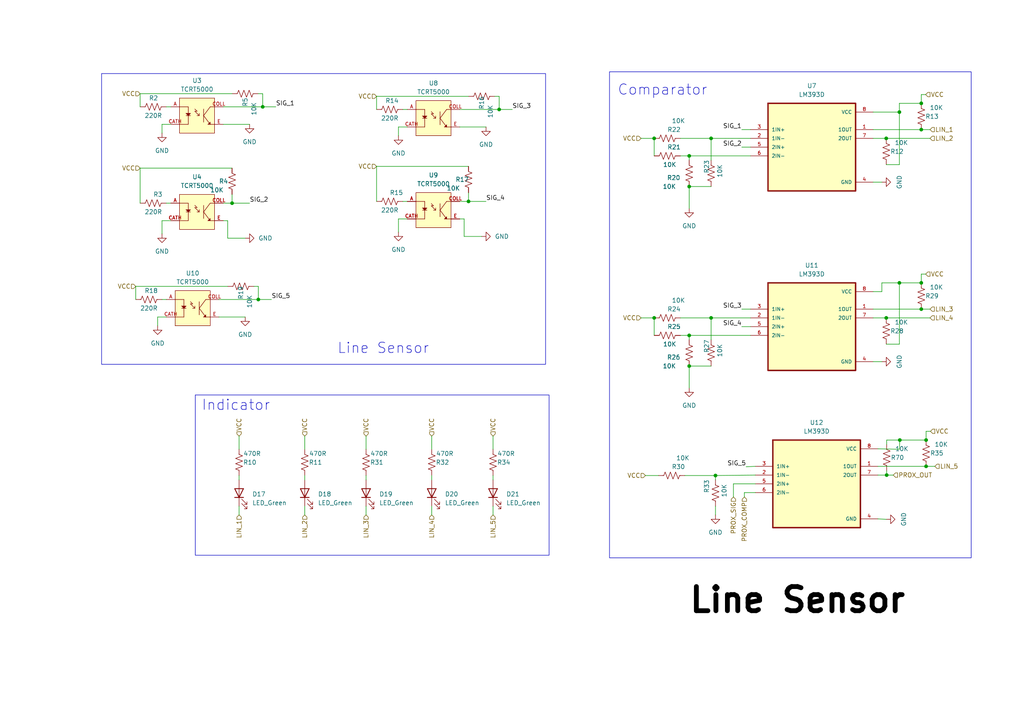
<source format=kicad_sch>
(kicad_sch (version 20230121) (generator eeschema)
  (paper "A4")
  (lib_symbols
    (symbol "Device:LED" (pin_numbers hide) (pin_names (offset 1.016) hide)
      (property "Reference" "D" (at 0 2.54 0))
      (property "Value" "LED" (at 0 -2.54 0))
      (symbol "LED_0_1"
        (polyline (pts (xy -1.27 -1.27) (xy -1.27 1.27)) (stroke (width 0.254)))
        (polyline (pts (xy -1.27 0) (xy 1.27 0)))
        (polyline (pts (xy 1.27 -1.27) (xy 1.27 1.27) (xy -1.27 0) (xy 1.27 -1.27)) (stroke (width 0.254)))
        (polyline (pts (xy -3.048 -0.762) (xy -4.572 -2.286) (xy -3.81 -2.286) (xy -4.572 -2.286) (xy -4.572 -1.524)))
        (polyline (pts (xy -1.778 -0.762) (xy -3.302 -2.286) (xy -2.54 -2.286) (xy -3.302 -2.286) (xy -3.302 -1.524)))
      )
      (symbol "LED_1_1"
        (pin passive line (at -3.81 0 0) (length 2.54) (name "K") (number "1"))
        (pin passive line (at 3.81 0 180) (length 2.54) (name "A") (number "2"))
      )
    )
    (symbol "Device:R_US" (pin_numbers hide) (pin_names (offset 0))
      (property "Reference" "R" (at 2.54 0 90))
      (property "Value" "R_US" (at -2.54 0 90))
      (symbol "R_US_0_1"
        (polyline (pts (xy 0 -2.286) (xy 0 -2.54)))
        (polyline (pts (xy 0 2.286) (xy 0 2.54)))
        (polyline (pts (xy 0 -0.762) (xy 1.016 -1.143) (xy 0 -1.524) (xy -1.016 -1.905) (xy 0 -2.286)))
        (polyline (pts (xy 0 0.762) (xy 1.016 0.381) (xy 0 0) (xy -1.016 -0.381) (xy 0 -0.762)))
        (polyline (pts (xy 0 2.286) (xy 1.016 1.905) (xy 0 1.524) (xy -1.016 1.143) (xy 0 0.762)))
      )
      (symbol "R_US_1_1"
        (pin passive line (at 0 3.81 270) (length 1.27) (name "~") (number "1"))
        (pin passive line (at 0 -3.81 90) (length 1.27) (name "~") (number "2"))
      )
    )
    (symbol "LM393D:LM393D" (pin_names (offset 1.016))
      (property "Reference" "U" (at -12.7 13.7 0))
      (property "Value" "LM393D" (at -12.7 -16.7 0))
      (symbol "LM393D_0_0"
        (rectangle (start -12.7 -12.7) (end 12.7 12.7) (stroke (width 0.41)) (fill (type background)))
        (pin output line (at 17.78 5.08 180) (length 5.08) (name "1OUT") (number "1"))
        (pin input line (at -17.78 2.54 0) (length 5.08) (name "1IN-") (number "2"))
        (pin input line (at -17.78 5.08 0) (length 5.08) (name "1IN+") (number "3"))
        (pin power_in line (at 17.78 -10.16 180) (length 5.08) (name "GND") (number "4"))
        (pin input line (at -17.78 0 0) (length 5.08) (name "2IN+") (number "5"))
        (pin input line (at -17.78 -2.54 0) (length 5.08) (name "2IN-") (number "6"))
        (pin output line (at 17.78 2.54 180) (length 5.08) (name "2OUT") (number "7"))
        (pin power_in line (at 17.78 10.16 180) (length 5.08) (name "VCC") (number "8"))
      )
    )
    (symbol "TCRT5000:TCRT5000" (pin_names (offset 1.016))
      (property "Reference" "U" (at -5.0887 5.7248 0))
      (property "Value" "TCRT5000" (at -5.0838 -5.7193 0))
      (symbol "TCRT5000_0_0"
        (rectangle (start -5.08 -5.08) (end 5.08 5.08) (stroke (width 0.1524)) (fill (type background)))
        (polyline (pts (xy -5.08 2.54) (xy -2.54 2.54)) (stroke (width 0.1524)))
        (polyline (pts (xy -3.175 0) (xy -1.905 0)) (stroke (width 0.1524)))
        (polyline (pts (xy -2.54 -2.54) (xy -5.08 -2.54)) (stroke (width 0.1524)))
        (polyline (pts (xy -2.54 2.54) (xy -2.54 -2.54)) (stroke (width 0.1524)))
        (polyline (pts (xy -0.635 1.27) (xy 0.635 0)) (stroke (width 0.1524)))
        (polyline (pts (xy -0.635 1.905) (xy 0 1.27)) (stroke (width 0.1524)))
        (polyline (pts (xy 0 1.27) (xy -0.635 1.27)) (stroke (width 0.1524)))
        (polyline (pts (xy 0.635 0) (xy 0 0)) (stroke (width 0.1524)))
        (polyline (pts (xy 0.635 0.635) (xy 0.635 0)) (stroke (width 0.1524)))
        (polyline (pts (xy 1.905 0) (xy 1.905 -1.905)) (stroke (width 0.1524)))
        (polyline (pts (xy 1.905 0) (xy 3.81 -2.54)) (stroke (width 0.1524)))
        (polyline (pts (xy 1.905 0) (xy 3.81 2.54)) (stroke (width 0.1524)))
        (polyline (pts (xy 1.905 1.905) (xy 1.905 0)) (stroke (width 0.1524)))
        (polyline (pts (xy 3.81 -2.54) (xy 5.08 -2.54)) (stroke (width 0.1524)))
        (polyline (pts (xy 3.81 2.54) (xy 5.08 2.54)) (stroke (width 0.1524)))
        (polyline (pts (xy -3.175 0.635) (xy -1.905 0.635) (xy -2.54 0) (xy -3.175 0.635)) (stroke (width 0.1524)) (fill (type outline)))
        (polyline (pts (xy 3.175 -2.54) (xy 3.81 -2.54) (xy 3.81 -1.905) (xy 3.175 -2.54)) (stroke (width 0.1524)) (fill (type outline)))
        (pin passive line (at -7.62 2.54 0) (length 2.54) (name "~") (number "A"))
        (pin passive line (at -7.62 -2.54 0) (length 2.54) (name "~") (number "CATH"))
        (pin passive line (at 7.62 2.54 180) (length 2.54) (name "~") (number "COLL"))
        (pin passive line (at 7.62 -2.54 180) (length 2.54) (name "~") (number "E"))
      )
    )
    (symbol "power:GND" (power) (pin_names (offset 0))
      (property "Value" "GND" (at 0 -3.81 0))
      (symbol "GND_0_1"
        (polyline (pts (xy 0 0) (xy 0 -1.27) (xy 1.27 -1.27) (xy 0 -2.54) (xy -1.27 -1.27) (xy 0 -1.27)))
      )
      (symbol "GND_1_1"
        (pin power_in line (at 0 0 270) (length 0) hide (name "GND") (number "1"))
      )
    )
  )
  (junction (at 268.605 127.635))
  (junction (at 206.248 92.202))
  (junction (at 199.898 106.172))
  (junction (at 260.985 127.635))
  (junction (at 206.248 40.132))
  (junction (at 207.518 137.922))
  (junction (at 267.208 37.592))
  (junction (at 189.738 40.132))
  (junction (at 267.208 29.972))
  (junction (at 257.048 40.132))
  (junction (at 199.898 54.102))
  (junction (at 67.31 58.928))
  (junction (at 76.2 30.988))
  (junction (at 268.605 135.255))
  (junction (at 189.738 92.202))
  (junction (at 257.175 137.795))
  (junction (at 267.208 89.662))
  (junction (at 199.898 45.212))
  (junction (at 135.89 58.42))
  (junction (at 260.858 82.042))
  (junction (at 199.898 97.282))
  (junction (at 257.048 92.202))
  (junction (at 260.858 32.512))
  (junction (at 144.78 31.75))
  (junction (at 74.93 86.868))
  (junction (at 267.208 82.042))
  (wire (pts (xy 63.5 91.948) (xy 71.12 91.948)))
  (wire (pts (xy 46.99 86.868) (xy 48.26 86.868)))
  (wire (pts (xy 67.31 56.388) (xy 67.31 58.928)))
  (wire (pts (xy 207.518 137.922) (xy 207.518 139.192)))
  (wire (pts (xy 257.175 127.635) (xy 260.985 127.635)))
  (wire (pts (xy 39.37 83.058) (xy 66.04 83.058)))
  (wire (pts (xy 135.89 58.42) (xy 133.35 58.42)))
  (wire (pts (xy 215.138 89.662) (xy 217.678 89.662)))
  (wire (pts (xy 199.898 54.102) (xy 206.248 54.102)))
  (wire (pts (xy 45.72 91.948) (xy 45.72 94.488)))
  (wire (pts (xy 109.22 27.94) (xy 109.22 31.75)))
  (wire (pts (xy 49.53 58.928) (xy 48.26 58.928)))
  (wire (pts (xy 109.22 48.26) (xy 135.89 48.26)))
  (wire (pts (xy 64.77 30.988) (xy 76.2 30.988)))
  (wire (pts (xy 257.175 137.795) (xy 259.08 137.795)))
  (wire (pts (xy 134.62 63.5) (xy 133.35 63.5)))
  (wire (pts (xy 189.738 92.202) (xy 189.738 97.282)))
  (wire (pts (xy 253.238 104.902) (xy 255.778 104.902)))
  (wire (pts (xy 88.392 137.922) (xy 88.392 139.192)))
  (wire (pts (xy 125.222 146.812) (xy 125.222 149.352)))
  (wire (pts (xy 255.778 84.582) (xy 255.778 82.042)))
  (wire (pts (xy 144.78 27.94) (xy 143.51 27.94)))
  (wire (pts (xy 106.172 126.492) (xy 106.172 130.302)))
  (wire (pts (xy 67.31 58.928) (xy 72.39 58.928)))
  (wire (pts (xy 125.222 137.922) (xy 125.222 139.192)))
  (wire (pts (xy 257.048 40.132) (xy 269.748 40.132)))
  (wire (pts (xy 257.048 47.752) (xy 260.858 47.752)))
  (wire (pts (xy 71.12 69.088) (xy 66.04 69.088)))
  (wire (pts (xy 46.99 64.008) (xy 49.53 64.008)))
  (wire (pts (xy 143.002 146.812) (xy 143.002 149.352)))
  (wire (pts (xy 267.208 79.502) (xy 268.478 79.502)))
  (wire (pts (xy 254.635 130.175) (xy 260.858 130.302)))
  (wire (pts (xy 46.99 64.008) (xy 46.99 67.818)))
  (wire (pts (xy 212.725 140.335) (xy 219.075 140.335)))
  (wire (pts (xy 76.2 30.988) (xy 80.01 30.988)))
  (wire (pts (xy 76.2 27.178) (xy 74.93 27.178)))
  (wire (pts (xy 253.238 92.202) (xy 257.048 92.202)))
  (wire (pts (xy 46.99 36.068) (xy 46.99 38.608)))
  (wire (pts (xy 254.635 135.255) (xy 268.605 135.255)))
  (wire (pts (xy 133.35 36.83) (xy 140.97 36.83)))
  (wire (pts (xy 139.7 68.58) (xy 134.62 68.58)))
  (wire (pts (xy 69.342 126.492) (xy 69.342 130.302)))
  (wire (pts (xy 40.64 48.768) (xy 67.31 48.768)))
  (wire (pts (xy 215.138 37.592) (xy 217.678 37.592)))
  (wire (pts (xy 109.22 27.94) (xy 135.89 27.94)))
  (wire (pts (xy 197.358 45.212) (xy 199.898 45.212)))
  (wire (pts (xy 143.002 126.492) (xy 143.002 130.302)))
  (wire (pts (xy 63.5 86.868) (xy 74.93 86.868)))
  (wire (pts (xy 216.408 135.382) (xy 219.075 135.255)))
  (wire (pts (xy 253.238 40.132) (xy 257.048 40.132)))
  (wire (pts (xy 74.93 86.868) (xy 78.74 86.868)))
  (wire (pts (xy 268.605 135.255) (xy 271.145 135.255)))
  (wire (pts (xy 206.248 92.202) (xy 206.248 98.552)))
  (wire (pts (xy 40.64 27.178) (xy 67.31 27.178)))
  (wire (pts (xy 253.238 32.512) (xy 260.858 32.512)))
  (wire (pts (xy 115.57 63.5) (xy 118.11 63.5)))
  (wire (pts (xy 106.172 139.192) (xy 106.172 137.922)))
  (wire (pts (xy 135.89 58.42) (xy 140.97 58.42)))
  (wire (pts (xy 64.77 36.068) (xy 72.39 36.068)))
  (wire (pts (xy 260.985 127.635) (xy 268.605 127.635)))
  (wire (pts (xy 48.26 91.948) (xy 45.72 91.948)))
  (wire (pts (xy 206.248 40.132) (xy 217.678 40.132)))
  (wire (pts (xy 199.898 97.282) (xy 199.898 98.552)))
  (wire (pts (xy 144.78 31.75) (xy 148.59 31.75)))
  (wire (pts (xy 185.928 40.132) (xy 189.738 40.132)))
  (wire (pts (xy 257.048 99.822) (xy 260.858 99.822)))
  (wire (pts (xy 199.898 45.212) (xy 199.898 46.482)))
  (wire (pts (xy 253.238 89.662) (xy 267.208 89.662)))
  (wire (pts (xy 88.392 146.812) (xy 88.392 149.352)))
  (wire (pts (xy 206.248 92.202) (xy 197.358 92.202)))
  (wire (pts (xy 260.858 32.512) (xy 260.858 29.972)))
  (wire (pts (xy 74.93 83.058) (xy 73.66 83.058)))
  (wire (pts (xy 267.208 82.042) (xy 267.208 79.502)))
  (wire (pts (xy 253.238 37.592) (xy 267.208 37.592)))
  (wire (pts (xy 206.248 92.202) (xy 217.678 92.202)))
  (wire (pts (xy 69.342 146.812) (xy 69.342 149.352)))
  (wire (pts (xy 206.248 40.132) (xy 206.248 46.482)))
  (wire (pts (xy 143.002 137.922) (xy 143.002 139.192)))
  (wire (pts (xy 39.37 83.058) (xy 39.37 86.868)))
  (wire (pts (xy 118.11 58.42) (xy 116.84 58.42)))
  (wire (pts (xy 69.342 139.192) (xy 69.342 137.922)))
  (wire (pts (xy 268.605 125.095) (xy 269.875 125.095)))
  (wire (pts (xy 207.518 137.922) (xy 198.628 137.922)))
  (wire (pts (xy 118.11 36.83) (xy 115.57 36.83)))
  (wire (pts (xy 48.26 30.988) (xy 49.53 30.988)))
  (wire (pts (xy 133.35 31.75) (xy 144.78 31.75)))
  (wire (pts (xy 49.53 36.068) (xy 46.99 36.068)))
  (wire (pts (xy 199.898 97.282) (xy 217.678 97.282)))
  (wire (pts (xy 215.9 142.875) (xy 219.075 142.875)))
  (wire (pts (xy 260.858 82.042) (xy 267.208 82.042)))
  (wire (pts (xy 260.858 29.972) (xy 267.208 29.972)))
  (wire (pts (xy 267.208 89.662) (xy 269.748 89.662)))
  (wire (pts (xy 197.358 97.282) (xy 199.898 97.282)))
  (wire (pts (xy 212.725 144.145) (xy 212.725 140.335)))
  (wire (pts (xy 206.248 40.132) (xy 197.358 40.132)))
  (wire (pts (xy 115.57 36.83) (xy 115.57 39.37)))
  (wire (pts (xy 253.238 52.832) (xy 255.778 52.832)))
  (wire (pts (xy 199.898 45.212) (xy 217.678 45.212)))
  (wire (pts (xy 106.172 146.812) (xy 106.172 149.352)))
  (wire (pts (xy 66.04 64.008) (xy 64.77 64.008)))
  (wire (pts (xy 257.175 136.525) (xy 257.175 137.795)))
  (wire (pts (xy 109.22 48.26) (xy 109.22 58.42)))
  (wire (pts (xy 215.9 144.145) (xy 215.9 142.875)))
  (wire (pts (xy 267.208 27.432) (xy 268.478 27.432)))
  (wire (pts (xy 125.222 126.492) (xy 125.222 130.302)))
  (wire (pts (xy 185.928 92.202) (xy 189.738 92.202)))
  (wire (pts (xy 267.208 37.592) (xy 269.748 37.592)))
  (wire (pts (xy 74.93 86.868) (xy 74.93 83.058)))
  (wire (pts (xy 134.62 68.58) (xy 134.62 63.5)))
  (wire (pts (xy 199.898 106.172) (xy 206.248 106.172)))
  (wire (pts (xy 76.2 30.988) (xy 76.2 27.178)))
  (wire (pts (xy 189.738 40.132) (xy 189.738 45.212)))
  (wire (pts (xy 207.518 137.922) (xy 219.075 137.795)))
  (wire (pts (xy 199.898 112.522) (xy 199.898 106.172)))
  (wire (pts (xy 116.84 31.75) (xy 118.11 31.75)))
  (wire (pts (xy 257.048 92.202) (xy 269.748 92.202)))
  (wire (pts (xy 199.898 60.452) (xy 199.898 54.102)))
  (wire (pts (xy 268.605 127.635) (xy 268.605 125.095)))
  (wire (pts (xy 254.635 137.795) (xy 257.175 137.795)))
  (wire (pts (xy 135.89 55.88) (xy 135.89 58.42)))
  (wire (pts (xy 267.208 29.972) (xy 267.208 27.432)))
  (wire (pts (xy 260.858 82.042) (xy 260.858 99.822)))
  (wire (pts (xy 40.64 48.768) (xy 40.64 58.928)))
  (wire (pts (xy 255.778 82.042) (xy 260.858 82.042)))
  (wire (pts (xy 88.392 126.492) (xy 88.392 130.302)))
  (wire (pts (xy 187.198 137.922) (xy 191.008 137.922)))
  (wire (pts (xy 40.64 27.178) (xy 40.64 30.988)))
  (wire (pts (xy 257.175 128.905) (xy 257.175 127.635)))
  (wire (pts (xy 260.858 47.752) (xy 260.858 32.512)))
  (wire (pts (xy 115.57 63.5) (xy 115.57 67.31)))
  (wire (pts (xy 215.138 42.672) (xy 217.678 42.672)))
  (wire (pts (xy 260.858 130.302) (xy 260.985 127.635)))
  (wire (pts (xy 144.78 31.75) (xy 144.78 27.94)))
  (wire (pts (xy 207.518 149.352) (xy 207.518 146.812)))
  (wire (pts (xy 255.778 84.582) (xy 253.238 84.582)))
  (wire (pts (xy 67.31 58.928) (xy 64.77 58.928)))
  (wire (pts (xy 66.04 69.088) (xy 66.04 64.008)))
  (wire (pts (xy 254.635 150.495) (xy 257.048 150.622)))
  (wire (pts (xy 215.138 94.742) (xy 217.678 94.742)))
  (rectangle (start 176.784 20.828) (end 281.686 161.798))
  (rectangle (start 29.464 21.336) (end 158.242 105.664))
  (rectangle (start 56.642 114.554) (end 159.258 161.036))
  (text "Indicator" (at 58.42 119.38 0) (effects (font (size 3 3)) (justify left bottom)))
  (text "Line Sensor" (at 199.39 178.308 0) (effects (font (size 7 7) (thickness 1.4) bold) (justify left bottom)))
  (text "Line Sensor" (at 97.79 102.87 0) (effects (font (size 3 3)) (justify left bottom)))
  (text "Comparator" (at 179.07 27.94 0) (effects (font (size 3 3)) (justify left bottom)))
  (label "SIG_3" (at 148.59 31.75 0))
  (label "SIG_3" (at 215.138 89.662 180))
  (label "SIG_2" (at 72.39 58.928 0))
  (label "SIG_1" (at 80.01 30.988 0))
  (label "SIG_5" (at 78.74 86.868 0))
  (label "SIG_4" (at 215.138 94.742 180))
  (label "SIG_2" (at 215.138 42.672 180))
  (label "SIG_5" (at 216.408 135.382 180))
  (label "SIG_1" (at 215.138 37.592 180))
  (label "SIG_4" (at 140.97 58.42 0))
  (hierarchical_label "LIN_4" (shape input) (at 125.222 149.352 270))
  (hierarchical_label "VCC" (shape input) (at 40.64 48.768 180))
  (hierarchical_label "LIN_1" (shape input) (at 269.748 37.592 0))
  (hierarchical_label "LIN_5" (shape input) (at 271.145 135.255 0))
  (hierarchical_label "LIN_5" (shape input) (at 143.002 149.352 270))
  (hierarchical_label "PROX_COMP" (shape input) (at 215.9 144.145 270))
  (hierarchical_label "VCC" (shape input) (at 109.22 48.26 180))
  (hierarchical_label "VCC" (shape input) (at 88.392 126.492 90))
  (hierarchical_label "VCC" (shape input) (at 109.22 27.94 180))
  (hierarchical_label "VCC" (shape input) (at 268.478 27.432 0))
  (hierarchical_label "VCC" (shape input) (at 185.928 92.202 180))
  (hierarchical_label "LIN_4" (shape input) (at 269.748 92.202 0))
  (hierarchical_label "PROX_SIG" (shape input) (at 212.725 144.145 270))
  (hierarchical_label "VCC" (shape input) (at 39.37 83.058 180))
  (hierarchical_label "VCC" (shape input) (at 185.928 40.132 180))
  (hierarchical_label "LIN_3" (shape input) (at 106.172 149.352 270))
  (hierarchical_label "VCC" (shape input) (at 268.478 79.502 0))
  (hierarchical_label "VCC" (shape input) (at 187.198 137.922 180))
  (hierarchical_label "VCC" (shape input) (at 269.875 125.095 0))
  (hierarchical_label "PROX_OUT" (shape input) (at 259.08 137.795 0))
  (hierarchical_label "LIN_1" (shape input) (at 69.342 149.352 270))
  (hierarchical_label "VCC" (shape input) (at 125.222 126.492 90))
  (hierarchical_label "LIN_2" (shape input) (at 88.392 149.352 270))
  (hierarchical_label "VCC" (shape input) (at 40.64 27.178 180))
  (hierarchical_label "VCC" (shape input) (at 106.172 126.492 90))
  (hierarchical_label "VCC" (shape input) (at 143.002 126.492 90))
  (hierarchical_label "LIN_3" (shape input) (at 269.748 89.662 0))
  (hierarchical_label "VCC" (shape input) (at 69.342 126.492 90))
  (hierarchical_label "LIN_2" (shape input) (at 269.748 40.132 0))
  (symbol (lib_id "Device:R_US") (at 206.248 50.292 0) (unit 1)
    (property "Reference" "R23" (at 204.978 50.292 90) (effects (justify left)))
    (property "Value" "10K" (at 208.788 51.562 90) (effects (justify left)))
    (property "Footprint" "Resistor_SMD:R_0805_2012Metric" (effects hide))
  )
  (symbol (lib_id "Device:R_US") (at 199.898 102.362 180) (unit 1)
    (property "Reference" "R26" (at 197.358 103.632 0) (effects (justify left)))
    (property "Value" "10K" (at 196.088 106.172 0) (effects (justify left)))
    (property "Footprint" "Resistor_SMD:R_0805_2012Metric" (effects hide))
  )
  (symbol (lib_id "LM393D:LM393D") (at 235.458 94.742 0) (unit 1)
    (property "Reference" "U11" (at 235.458 76.962 0))
    (property "Value" "LM393D" (at 235.458 79.502 0))
    (property "Footprint" "LM393D:SOIC127P599X175-8N" (effects hide))
    (property "MF" "Texas Instruments" (effects hide))
    (property "Description" "\nDual differential comparator, commercial grade\n" (effects hide))
    (property "Package" "SOIC-8 Texas Instruments" (effects hide))
    (property "Price" "None" (effects hide))
    (property "SnapEDA_Link" "https://www.snapeda.com/parts/LM393D/Texas+Instruments/view-part/?ref=snap" (effects hide))
    (property "MP" "LM393D" (effects hide))
    (property "Purchase-URL" "https://www.snapeda.com/api/url_track_click_mouser/?unipart_id=4806035&manufacturer=Texas Instruments&part_name=LM393D&search_term=lm393" (effects hide))
    (property "Availability" "In Stock" (effects hide))
    (property "Check_prices" "https://www.snapeda.com/parts/LM393D/Texas+Instruments/view-part/?ref=eda" (effects hide))
  )
  (symbol (lib_id "Device:R_US") (at 206.248 102.362 0) (unit 1)
    (property "Reference" "R27" (at 204.978 102.362 90) (effects (justify left)))
    (property "Value" "10K" (at 208.788 103.632 90) (effects (justify left)))
    (property "Footprint" "Resistor_SMD:R_0805_2012Metric" (effects hide))
  )
  (symbol (lib_id "TCRT5000:TCRT5000") (at 57.15 33.528 0) (unit 1)
    (property "Reference" "U3" (at 57.15 23.368 0))
    (property "Value" "TCRT5000" (at 57.15 25.908 0))
    (property "Footprint" "TCRT5000:OPTO_TCRT5000" (effects hide))
    (property "MF" "Vishay" (effects hide))
    (property "MAXIMUM_PACKAGE_HEIGHT" "7.2mm" (effects hide))
    (property "Package" "TCRT5000 Vishay" (effects hide))
    (property "Price" "None" (effects hide))
    (property "Check_prices" "https://www.snapeda.com/parts/TCRT5000/Vishay+Semiconductor+Opto+Division/view-part/?ref=eda" (effects hide))
    (property "STANDARD" "Manufacturer recommendations" (effects hide))
    (property "PARTREV" "1.7" (effects hide))
    (property "SnapEDA_Link" "https://www.snapeda.com/parts/TCRT5000/Vishay+Semiconductor+Opto+Division/view-part/?ref=snap" (effects hide))
    (property "MP" "TCRT5000" (effects hide))
    (property "Purchase-URL" "https://www.snapeda.com/api/url_track_click_mouser/?unipart_id=885229&manufacturer=Vishay&part_name=TCRT5000&search_term=tcrt5000" (effects hide))
    (property "Description" "\nReflective Optical Sensor 0.591 (15mm) PCB Mount\n" (effects hide))
    (property "Availability" "In Stock" (effects hide))
    (property "MANUFACTURER" "Vishay" (effects hide))
  )
  (symbol (lib_id "Device:R_US") (at 69.342 134.112 180) (unit 1)
    (property "Reference" "R10" (at 74.422 134.112 0) (effects (justify left)))
    (property "Value" "470R" (at 75.692 131.572 0) (effects (justify left)))
    (property "Footprint" "Resistor_SMD:R_0805_2012Metric" (effects hide))
  )
  (symbol (lib_id "Device:LED") (at 88.392 143.002 90) (unit 1)
    (property "Reference" "D18" (at 92.202 143.3195 90) (effects (justify right)))
    (property "Value" "LED_Green" (at 92.202 145.8595 90) (effects (justify right)))
    (property "Footprint" "LED_SMD:LED_0805_2012Metric" (effects hide))
  )
  (symbol (lib_id "Device:R_US") (at 69.85 83.058 90) (unit 1)
    (property "Reference" "R19" (at 69.85 86.868 0) (effects (justify left)))
    (property "Value" "10K" (at 72.39 89.408 0) (effects (justify left)))
    (property "Footprint" "Resistor_SMD:R_0805_2012Metric" (effects hide))
  )
  (symbol (lib_id "Device:R_US") (at 194.818 137.922 270) (unit 1)
    (property "Reference" "R30" (at 194.818 135.382 90) (effects (justify left)))
    (property "Value" "10K" (at 196.088 132.842 90) (effects (justify left)))
    (property "Footprint" "Resistor_SMD:R_0805_2012Metric" (effects hide))
  )
  (symbol (lib_id "Device:LED") (at 106.172 143.002 90) (unit 1)
    (property "Reference" "D19" (at 109.982 143.3195 90) (effects (justify right)))
    (property "Value" "LED_Green" (at 109.982 145.8595 90) (effects (justify right)))
    (property "Footprint" "LED_SMD:LED_0805_2012Metric" (effects hide))
  )
  (symbol (lib_id "power:GND") (at 139.7 68.58 90) (unit 1)
    (property "Reference" "#PWR031" (effects hide))
    (property "Value" "GND" (at 143.51 68.58 90) (effects (justify right)))
  )
  (symbol (lib_id "Device:R_US") (at 67.31 52.578 0) (unit 1)
    (property "Reference" "R4" (at 63.5 52.578 0) (effects (justify left)))
    (property "Value" "10K" (at 60.96 55.118 0) (effects (justify left)))
    (property "Footprint" "Resistor_SMD:R_0805_2012Metric" (effects hide))
  )
  (symbol (lib_id "Device:R_US") (at 143.002 134.112 180) (unit 1)
    (property "Reference" "R34" (at 148.082 134.112 0) (effects (justify left)))
    (property "Value" "470R" (at 149.352 131.572 0) (effects (justify left)))
    (property "Footprint" "Resistor_SMD:R_0805_2012Metric" (effects hide))
  )
  (symbol (lib_id "Device:R_US") (at 106.172 134.112 180) (unit 1)
    (property "Reference" "R31" (at 111.252 134.112 0) (effects (justify left)))
    (property "Value" "470R" (at 112.522 131.572 0) (effects (justify left)))
    (property "Footprint" "Resistor_SMD:R_0805_2012Metric" (effects hide))
  )
  (symbol (lib_id "Device:R_US") (at 113.03 58.42 270) (unit 1)
    (property "Reference" "R15" (at 113.03 55.88 90) (effects (justify left)))
    (property "Value" "220R" (at 110.49 60.96 90) (effects (justify left)))
    (property "Footprint" "Resistor_SMD:R_0805_2012Metric" (effects hide))
  )
  (symbol (lib_id "Device:R_US") (at 257.048 96.012 180) (unit 1)
    (property "Reference" "R28" (at 262.128 96.012 0) (effects (justify left)))
    (property "Value" "10K" (at 263.398 93.472 0) (effects (justify left)))
    (property "Footprint" "Resistor_SMD:R_0805_2012Metric" (effects hide))
  )
  (symbol (lib_id "power:GND") (at 45.72 94.488 0) (unit 1)
    (property "Reference" "#PWR032" (effects hide))
    (property "Value" "GND" (at 45.72 99.568 0))
  )
  (symbol (lib_id "TCRT5000:TCRT5000") (at 57.15 61.468 0) (unit 1)
    (property "Reference" "U4" (at 57.15 51.308 0))
    (property "Value" "TCRT5000" (at 57.15 53.848 0))
    (property "Footprint" "TCRT5000:OPTO_TCRT5000" (effects hide))
    (property "MF" "Vishay" (effects hide))
    (property "MAXIMUM_PACKAGE_HEIGHT" "7.2mm" (effects hide))
    (property "Package" "TCRT5000 Vishay" (effects hide))
    (property "Price" "None" (effects hide))
    (property "Check_prices" "https://www.snapeda.com/parts/TCRT5000/Vishay+Semiconductor+Opto+Division/view-part/?ref=eda" (effects hide))
    (property "STANDARD" "Manufacturer recommendations" (effects hide))
    (property "PARTREV" "1.7" (effects hide))
    (property "SnapEDA_Link" "https://www.snapeda.com/parts/TCRT5000/Vishay+Semiconductor+Opto+Division/view-part/?ref=snap" (effects hide))
    (property "MP" "TCRT5000" (effects hide))
    (property "Purchase-URL" "https://www.snapeda.com/api/url_track_click_mouser/?unipart_id=885229&manufacturer=Vishay&part_name=TCRT5000&search_term=tcrt5000" (effects hide))
    (property "Description" "\nReflective Optical Sensor 0.591 (15mm) PCB Mount\n" (effects hide))
    (property "Availability" "In Stock" (effects hide))
    (property "MANUFACTURER" "Vishay" (effects hide))
  )
  (symbol (lib_id "power:GND") (at 115.57 67.31 0) (unit 1)
    (property "Reference" "#PWR029" (effects hide))
    (property "Value" "GND" (at 115.57 72.39 0))
  )
  (symbol (lib_id "power:GND") (at 140.97 36.83 0) (unit 1)
    (property "Reference" "#PWR030" (effects hide))
    (property "Value" "GND" (at 140.97 41.91 0))
  )
  (symbol (lib_id "Device:R_US") (at 268.605 131.445 180) (unit 1)
    (property "Reference" "R35" (at 273.685 131.445 0) (effects (justify left)))
    (property "Value" "10K" (at 274.955 128.905 0) (effects (justify left)))
    (property "Footprint" "Resistor_SMD:R_0805_2012Metric" (effects hide))
  )
  (symbol (lib_id "Device:R_US") (at 44.45 30.988 270) (unit 1)
    (property "Reference" "R2" (at 43.18 28.448 90) (effects (justify left)))
    (property "Value" "220R" (at 41.91 33.528 90) (effects (justify left)))
    (property "Footprint" "Resistor_SMD:R_0805_2012Metric" (effects hide))
  )
  (symbol (lib_id "power:GND") (at 207.518 149.352 0) (unit 1)
    (property "Reference" "#PWR035" (effects hide))
    (property "Value" "GND" (at 207.518 154.432 0))
  )
  (symbol (lib_id "Device:R_US") (at 135.89 52.07 0) (unit 1)
    (property "Reference" "R17" (at 132.08 52.07 0) (effects (justify left)))
    (property "Value" "10K" (at 129.54 54.61 0) (effects (justify left)))
    (property "Footprint" "Resistor_SMD:R_0805_2012Metric" (effects hide))
  )
  (symbol (lib_id "TCRT5000:TCRT5000") (at 55.88 89.408 0) (unit 1)
    (property "Reference" "U10" (at 55.88 79.248 0))
    (property "Value" "TCRT5000" (at 55.88 81.788 0))
    (property "Footprint" "TCRT5000:OPTO_TCRT5000" (effects hide))
    (property "MF" "Vishay" (effects hide))
    (property "MAXIMUM_PACKAGE_HEIGHT" "7.2mm" (effects hide))
    (property "Package" "TCRT5000 Vishay" (effects hide))
    (property "Price" "None" (effects hide))
    (property "Check_prices" "https://www.snapeda.com/parts/TCRT5000/Vishay+Semiconductor+Opto+Division/view-part/?ref=eda" (effects hide))
    (property "STANDARD" "Manufacturer recommendations" (effects hide))
    (property "PARTREV" "1.7" (effects hide))
    (property "SnapEDA_Link" "https://www.snapeda.com/parts/TCRT5000/Vishay+Semiconductor+Opto+Division/view-part/?ref=snap" (effects hide))
    (property "MP" "TCRT5000" (effects hide))
    (property "Purchase-URL" "https://www.snapeda.com/api/url_track_click_mouser/?unipart_id=885229&manufacturer=Vishay&part_name=TCRT5000&search_term=tcrt5000" (effects hide))
    (property "Description" "\nReflective Optical Sensor 0.591 (15mm) PCB Mount\n" (effects hide))
    (property "Availability" "In Stock" (effects hide))
    (property "MANUFACTURER" "Vishay" (effects hide))
  )
  (symbol (lib_id "power:GND") (at 71.12 69.088 90) (unit 1)
    (property "Reference" "#PWR015" (effects hide))
    (property "Value" "GND" (at 74.93 69.088 90) (effects (justify right)))
  )
  (symbol (lib_id "power:GND") (at 199.898 112.522 0) (unit 1)
    (property "Reference" "#PWR08" (effects hide))
    (property "Value" "GND" (at 199.898 117.602 0))
  )
  (symbol (lib_id "power:GND") (at 46.99 38.608 0) (unit 1)
    (property "Reference" "#PWR027" (effects hide))
    (property "Value" "GND" (at 46.99 43.688 0))
  )
  (symbol (lib_id "Device:LED") (at 125.222 143.002 90) (unit 1)
    (property "Reference" "D20" (at 129.032 143.3195 90) (effects (justify right)))
    (property "Value" "LED_Green" (at 129.032 145.8595 90) (effects (justify right)))
    (property "Footprint" "LED_SMD:LED_0805_2012Metric" (effects hide))
  )
  (symbol (lib_id "Device:R_US") (at 257.048 43.942 180) (unit 1)
    (property "Reference" "R12" (at 262.128 43.942 0) (effects (justify left)))
    (property "Value" "10K" (at 263.398 41.402 0) (effects (justify left)))
    (property "Footprint" "Resistor_SMD:R_0805_2012Metric" (effects hide))
  )
  (symbol (lib_id "Device:R_US") (at 267.208 33.782 180) (unit 1)
    (property "Reference" "R13" (at 272.288 33.782 0) (effects (justify left)))
    (property "Value" "10K" (at 273.558 31.242 0) (effects (justify left)))
    (property "Footprint" "Resistor_SMD:R_0805_2012Metric" (effects hide))
  )
  (symbol (lib_id "Device:LED") (at 143.002 143.002 90) (unit 1)
    (property "Reference" "D21" (at 146.812 143.3195 90) (effects (justify right)))
    (property "Value" "LED_Green" (at 146.812 145.8595 90) (effects (justify right)))
    (property "Footprint" "LED_SMD:LED_0805_2012Metric" (effects hide))
  )
  (symbol (lib_id "power:GND") (at 72.39 36.068 0) (unit 1)
    (property "Reference" "#PWR023" (effects hide))
    (property "Value" "GND" (at 72.39 41.148 0))
  )
  (symbol (lib_id "Device:R_US") (at 207.518 143.002 0) (unit 1)
    (property "Reference" "R33" (at 204.978 143.002 90) (effects (justify left)))
    (property "Value" "10K" (at 210.058 144.272 90) (effects (justify left)))
    (property "Footprint" "Resistor_SMD:R_0805_2012Metric" (effects hide))
  )
  (symbol (lib_id "TCRT5000:TCRT5000") (at 125.73 60.96 0) (unit 1)
    (property "Reference" "U9" (at 125.73 50.8 0))
    (property "Value" "TCRT5000" (at 125.73 53.34 0))
    (property "Footprint" "TCRT5000:OPTO_TCRT5000" (effects hide))
    (property "MF" "Vishay" (effects hide))
    (property "MAXIMUM_PACKAGE_HEIGHT" "7.2mm" (effects hide))
    (property "Package" "TCRT5000 Vishay" (effects hide))
    (property "Price" "None" (effects hide))
    (property "Check_prices" "https://www.snapeda.com/parts/TCRT5000/Vishay+Semiconductor+Opto+Division/view-part/?ref=eda" (effects hide))
    (property "STANDARD" "Manufacturer recommendations" (effects hide))
    (property "PARTREV" "1.7" (effects hide))
    (property "SnapEDA_Link" "https://www.snapeda.com/parts/TCRT5000/Vishay+Semiconductor+Opto+Division/view-part/?ref=snap" (effects hide))
    (property "MP" "TCRT5000" (effects hide))
    (property "Purchase-URL" "https://www.snapeda.com/api/url_track_click_mouser/?unipart_id=885229&manufacturer=Vishay&part_name=TCRT5000&search_term=tcrt5000" (effects hide))
    (property "Description" "\nReflective Optical Sensor 0.591 (15mm) PCB Mount\n" (effects hide))
    (property "Availability" "In Stock" (effects hide))
    (property "MANUFACTURER" "Vishay" (effects hide))
  )
  (symbol (lib_id "power:GND") (at 71.12 91.948 0) (unit 1)
    (property "Reference" "#PWR033" (effects hide))
    (property "Value" "GND" (at 71.12 97.028 0))
  )
  (symbol (lib_id "Device:R_US") (at 139.7 27.94 90) (unit 1)
    (property "Reference" "R16" (at 139.7 31.75 0) (effects (justify left)))
    (property "Value" "10K" (at 142.24 34.29 0) (effects (justify left)))
    (property "Footprint" "Resistor_SMD:R_0805_2012Metric" (effects hide))
  )
  (symbol (lib_id "Device:R_US") (at 125.222 134.112 180) (unit 1)
    (property "Reference" "R32" (at 130.302 134.112 0) (effects (justify left)))
    (property "Value" "470R" (at 131.572 131.572 0) (effects (justify left)))
    (property "Footprint" "Resistor_SMD:R_0805_2012Metric" (effects hide))
  )
  (symbol (lib_id "LM393D:LM393D") (at 235.458 42.672 0) (unit 1)
    (property "Reference" "U7" (at 235.458 24.892 0))
    (property "Value" "LM393D" (at 235.458 27.432 0))
    (property "Footprint" "LM393D:SOIC127P599X175-8N" (effects hide))
    (property "MF" "Texas Instruments" (effects hide))
    (property "Description" "\nDual differential comparator, commercial grade\n" (effects hide))
    (property "Package" "SOIC-8 Texas Instruments" (effects hide))
    (property "Price" "None" (effects hide))
    (property "SnapEDA_Link" "https://www.snapeda.com/parts/LM393D/Texas+Instruments/view-part/?ref=snap" (effects hide))
    (property "MP" "LM393D" (effects hide))
    (property "Purchase-URL" "https://www.snapeda.com/api/url_track_click_mouser/?unipart_id=4806035&manufacturer=Texas Instruments&part_name=LM393D&search_term=lm393" (effects hide))
    (property "Availability" "In Stock" (effects hide))
    (property "Check_prices" "https://www.snapeda.com/parts/LM393D/Texas+Instruments/view-part/?ref=eda" (effects hide))
  )
  (symbol (lib_id "Device:R_US") (at 44.45 58.928 270) (unit 1)
    (property "Reference" "R3" (at 44.45 56.388 90) (effects (justify left)))
    (property "Value" "220R" (at 41.91 61.468 90) (effects (justify left)))
    (property "Footprint" "Resistor_SMD:R_0805_2012Metric" (effects hide))
  )
  (symbol (lib_id "power:GND") (at 199.898 60.452 0) (unit 1)
    (property "Reference" "#PWR07" (effects hide))
    (property "Value" "GND" (at 199.898 65.532 0))
  )
  (symbol (lib_id "power:GND") (at 115.57 39.37 0) (unit 1)
    (property "Reference" "#PWR028" (effects hide))
    (property "Value" "GND" (at 115.57 44.45 0))
  )
  (symbol (lib_id "Device:R_US") (at 193.548 92.202 270) (unit 1)
    (property "Reference" "R24" (at 193.548 89.662 90) (effects (justify left)))
    (property "Value" "10K" (at 194.818 87.122 90) (effects (justify left)))
    (property "Footprint" "Resistor_SMD:R_0805_2012Metric" (effects hide))
  )
  (symbol (lib_id "Device:LED") (at 69.342 143.002 90) (unit 1)
    (property "Reference" "D17" (at 73.152 143.3195 90) (effects (justify right)))
    (property "Value" "LED_Green" (at 73.152 145.8595 90) (effects (justify right)))
    (property "Footprint" "LED_SMD:LED_0805_2012Metric" (effects hide))
  )
  (symbol (lib_id "Device:R_US") (at 267.208 85.852 180) (unit 1)
    (property "Reference" "R29" (at 272.288 85.852 0) (effects (justify left)))
    (property "Value" "10K" (at 273.558 83.312 0) (effects (justify left)))
    (property "Footprint" "Resistor_SMD:R_0805_2012Metric" (effects hide))
  )
  (symbol (lib_id "Device:R_US") (at 193.548 45.212 270) (unit 1)
    (property "Reference" "R21" (at 193.548 42.672 90) (effects (justify left)))
    (property "Value" "10K" (at 192.278 47.752 90) (effects (justify left)))
    (property "Footprint" "Resistor_SMD:R_0805_2012Metric" (effects hide))
  )
  (symbol (lib_id "LM393D:LM393D") (at 236.855 140.335 0) (unit 1)
    (property "Reference" "U12" (at 236.855 122.555 0))
    (property "Value" "LM393D" (at 236.855 125.095 0))
    (property "Footprint" "LM393D:SOIC127P599X175-8N" (effects hide))
    (property "MF" "Texas Instruments" (effects hide))
    (property "Description" "\nDual differential comparator, commercial grade\n" (effects hide))
    (property "Package" "SOIC-8 Texas Instruments" (effects hide))
    (property "Price" "None" (effects hide))
    (property "SnapEDA_Link" "https://www.snapeda.com/parts/LM393D/Texas+Instruments/view-part/?ref=snap" (effects hide))
    (property "MP" "LM393D" (effects hide))
    (property "Purchase-URL" "https://www.snapeda.com/api/url_track_click_mouser/?unipart_id=4806035&manufacturer=Texas Instruments&part_name=LM393D&search_term=lm393" (effects hide))
    (property "Availability" "In Stock" (effects hide))
    (property "Check_prices" "https://www.snapeda.com/parts/LM393D/Texas+Instruments/view-part/?ref=eda" (effects hide))
  )
  (symbol (lib_id "Device:R_US") (at 257.175 132.715 180) (unit 1)
    (property "Reference" "R70" (at 262.255 132.715 0) (effects (justify left)))
    (property "Value" "10K" (at 263.525 130.175 0) (effects (justify left)))
    (property "Footprint" "Resistor_SMD:R_0805_2012Metric" (effects hide))
  )
  (symbol (lib_id "Device:R_US") (at 88.392 134.112 180) (unit 1)
    (property "Reference" "R11" (at 93.472 134.112 0) (effects (justify left)))
    (property "Value" "470R" (at 94.742 131.572 0) (effects (justify left)))
    (property "Footprint" "Resistor_SMD:R_0805_2012Metric" (effects hide))
  )
  (symbol (lib_id "Device:R_US") (at 43.18 86.868 270) (unit 1)
    (property "Reference" "R18" (at 41.91 84.328 90) (effects (justify left)))
    (property "Value" "220R" (at 40.64 89.408 90) (effects (justify left)))
    (property "Footprint" "Resistor_SMD:R_0805_2012Metric" (effects hide))
  )
  (symbol (lib_id "power:GND") (at 46.99 67.818 0) (unit 1)
    (property "Reference" "#PWR09" (effects hide))
    (property "Value" "GND" (at 46.99 72.898 0))
  )
  (symbol (lib_id "Device:R_US") (at 193.548 40.132 270) (unit 1)
    (property "Reference" "R22" (at 193.548 37.592 90) (effects (justify left)))
    (property "Value" "10K" (at 194.818 35.052 90) (effects (justify left)))
    (property "Footprint" "Resistor_SMD:R_0805_2012Metric" (effects hide))
  )
  (symbol (lib_id "power:GND") (at 255.778 104.902 90) (unit 1)
    (property "Reference" "#PWR034" (effects hide))
    (property "Value" "GND" (at 260.858 104.902 0))
  )
  (symbol (lib_id "TCRT5000:TCRT5000") (at 125.73 34.29 0) (unit 1)
    (property "Reference" "U8" (at 125.73 24.13 0))
    (property "Value" "TCRT5000" (at 125.73 26.67 0))
    (property "Footprint" "TCRT5000:OPTO_TCRT5000" (effects hide))
    (property "MF" "Vishay" (effects hide))
    (property "MAXIMUM_PACKAGE_HEIGHT" "7.2mm" (effects hide))
    (property "Package" "TCRT5000 Vishay" (effects hide))
    (property "Price" "None" (effects hide))
    (property "Check_prices" "https://www.snapeda.com/parts/TCRT5000/Vishay+Semiconductor+Opto+Division/view-part/?ref=eda" (effects hide))
    (property "STANDARD" "Manufacturer recommendations" (effects hide))
    (property "PARTREV" "1.7" (effects hide))
    (property "SnapEDA_Link" "https://www.snapeda.com/parts/TCRT5000/Vishay+Semiconductor+Opto+Division/view-part/?ref=snap" (effects hide))
    (property "MP" "TCRT5000" (effects hide))
    (property "Purchase-URL" "https://www.snapeda.com/api/url_track_click_mouser/?unipart_id=885229&manufacturer=Vishay&part_name=TCRT5000&search_term=tcrt5000" (effects hide))
    (property "Description" "\nReflective Optical Sensor 0.591 (15mm) PCB Mount\n" (effects hide))
    (property "Availability" "In Stock" (effects hide))
    (property "MANUFACTURER" "Vishay" (effects hide))
  )
  (symbol (lib_id "Device:R_US") (at 71.12 27.178 90) (unit 1)
    (property "Reference" "R5" (at 71.12 30.988 0) (effects (justify left)))
    (property "Value" "10K" (at 73.66 33.528 0) (effects (justify left)))
    (property "Footprint" "Resistor_SMD:R_0805_2012Metric" (effects hide))
  )
  (symbol (lib_id "Device:R_US") (at 199.898 50.292 180) (unit 1)
    (property "Reference" "R20" (at 197.358 51.562 0) (effects (justify left)))
    (property "Value" "10K" (at 196.088 54.102 0) (effects (justify left)))
    (property "Footprint" "Resistor_SMD:R_0805_2012Metric" (effects hide))
  )
  (symbol (lib_id "power:GND") (at 255.778 52.832 90) (unit 1)
    (property "Reference" "#PWR024" (effects hide))
    (property "Value" "GND" (at 260.858 52.832 0))
  )
  (symbol (lib_id "power:GND") (at 257.048 150.622 90) (unit 1)
    (property "Reference" "#PWR036" (effects hide))
    (property "Value" "GND" (at 262.128 150.622 0))
  )
  (symbol (lib_id "Device:R_US") (at 113.03 31.75 270) (unit 1)
    (property "Reference" "R14" (at 111.76 29.21 90) (effects (justify left)))
    (property "Value" "220R" (at 110.49 34.29 90) (effects (justify left)))
    (property "Footprint" "Resistor_SMD:R_0805_2012Metric" (effects hide))
  )
  (symbol (lib_id "Device:R_US") (at 193.548 97.282 270) (unit 1)
    (property "Reference" "R25" (at 193.548 94.742 90) (effects (justify left)))
    (property "Value" "10K" (at 192.278 99.822 90) (effects (justify left)))
    (property "Footprint" "Resistor_SMD:R_0805_2012Metric" (effects hide))
  )
)
</source>
